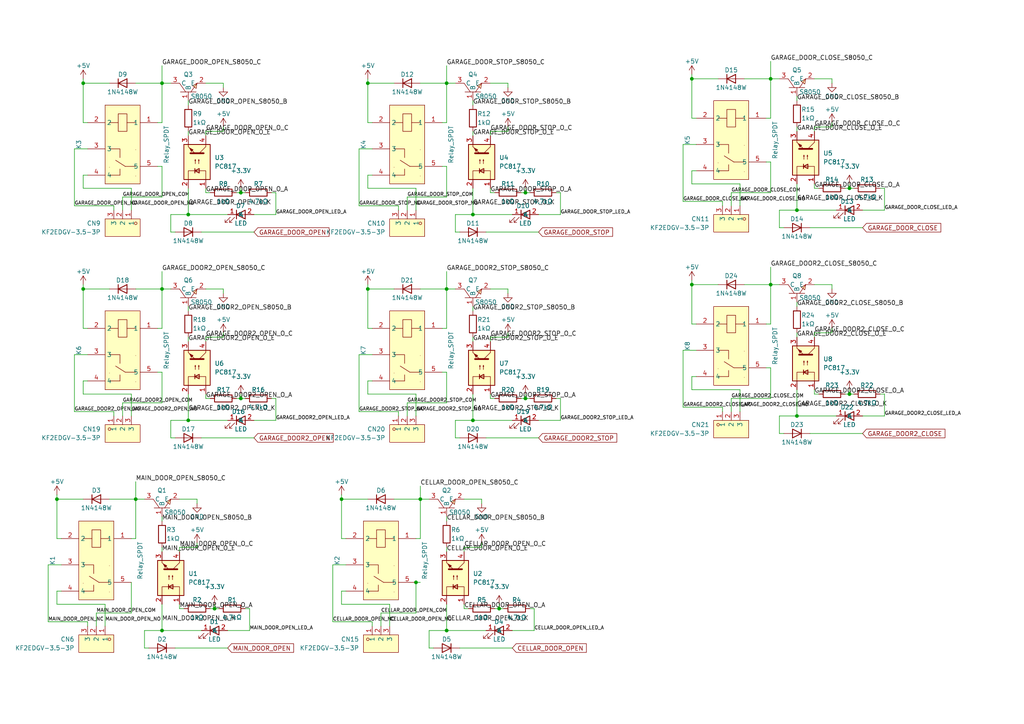
<source format=kicad_sch>
(kicad_sch (version 20230121) (generator eeschema)
  (paper "A4")
  (junction (at 46.99 182.88))
  (junction (at 54.61 121.92))
  (junction (at 246.38 54.61))
  (junction (at 106.68 83.82))
  (junction (at 200.66 82.55))
  (junction (at 62.23 176.53))
  (junction (at 231.14 120.65))
  (junction (at 121.92 144.78))
  (junction (at 24.13 83.82))
  (junction (at 152.4 55.88))
  (junction (at 24.13 24.13))
  (junction (at 69.85 55.88))
  (junction (at 39.37 144.78))
  (junction (at 223.52 82.55))
  (junction (at 129.54 24.13))
  (junction (at 231.14 60.96))
  (junction (at 129.54 83.82))
  (junction (at 69.85 115.57))
  (junction (at 106.68 24.13))
  (junction (at 54.61 62.23))
  (junction (at 246.38 114.3))
  (junction (at 223.52 22.86))
  (junction (at 144.78 176.53))
  (junction (at 16.51 144.78))
  (junction (at 46.99 83.82))
  (junction (at 120.65 168.91))
  (junction (at 137.16 121.92))
  (junction (at 200.66 22.86))
  (junction (at 152.4 115.57))
  (junction (at 99.06 144.78))
  (junction (at 129.54 182.88))
  (junction (at 46.99 24.13))
  (junction (at 137.16 62.23))
  (wire (pts (xy 200.66 93.98) (xy 201.93 93.98)))
  (wire (pts (xy 38.1 54.61) (xy 38.1 60.96)))
  (wire (pts (xy 236.22 114.3) (xy 236.22 113.03)))
  (wire (pts (xy 200.66 113.03) (xy 200.66 109.22)))
  (wire (pts (xy 137.16 88.9) (xy 137.16 90.17)))
  (wire (pts (xy 69.85 115.57) (xy 71.12 115.57)))
  (wire (pts (xy 246.38 113.03) (xy 246.38 114.3)))
  (wire (pts (xy 16.51 144.78) (xy 16.51 156.21)))
  (wire (pts (xy 24.13 82.55) (xy 24.13 83.82)))
  (wire (pts (xy 223.52 55.88) (xy 212.09 55.88)))
  (wire (pts (xy 129.54 57.15) (xy 118.11 57.15)))
  (wire (pts (xy 46.99 24.13) (xy 49.53 24.13)))
  (wire (pts (xy 212.09 59.69) (xy 212.09 55.88)))
  (wire (pts (xy 246.38 114.3) (xy 245.11 114.3)))
  (wire (pts (xy 13.97 163.83) (xy 13.97 180.34)))
  (wire (pts (xy 200.66 82.55) (xy 200.66 93.98)))
  (wire (pts (xy 58.42 127) (xy 73.66 127)))
  (wire (pts (xy 21.59 43.18) (xy 21.59 59.69)))
  (wire (pts (xy 231.14 96.52) (xy 231.14 97.79)))
  (wire (pts (xy 200.66 81.28) (xy 200.66 82.55)))
  (wire (pts (xy 142.24 83.82) (xy 147.32 83.82)))
  (wire (pts (xy 144.78 176.53) (xy 143.51 176.53)))
  (wire (pts (xy 46.99 83.82) (xy 46.99 95.25)))
  (wire (pts (xy 200.66 49.53) (xy 201.93 49.53)))
  (wire (pts (xy 39.37 83.82) (xy 46.99 83.82)))
  (wire (pts (xy 140.97 67.31) (xy 156.21 67.31)))
  (wire (pts (xy 99.06 144.78) (xy 106.68 144.78)))
  (wire (pts (xy 49.53 62.23) (xy 54.61 62.23)))
  (wire (pts (xy 16.51 171.45) (xy 17.78 171.45)))
  (wire (pts (xy 154.94 176.53) (xy 154.94 182.88)))
  (wire (pts (xy 222.25 34.29) (xy 223.52 34.29)))
  (wire (pts (xy 241.3 96.52) (xy 241.3 95.25)))
  (wire (pts (xy 80.01 55.88) (xy 80.01 62.23)))
  (wire (pts (xy 38.1 156.21) (xy 39.37 156.21)))
  (wire (pts (xy 27.94 181.61) (xy 27.94 177.8)))
  (wire (pts (xy 54.61 97.79) (xy 54.61 99.06)))
  (wire (pts (xy 38.1 114.3) (xy 24.13 114.3)))
  (wire (pts (xy 200.66 22.86) (xy 208.28 22.86)))
  (wire (pts (xy 41.91 182.88) (xy 46.99 182.88)))
  (wire (pts (xy 121.92 144.78) (xy 121.92 156.21)))
  (wire (pts (xy 129.54 116.84) (xy 129.54 107.95)))
  (wire (pts (xy 129.54 78.74) (xy 129.54 83.82)))
  (wire (pts (xy 24.13 54.61) (xy 24.13 50.8)))
  (wire (pts (xy 57.15 144.78) (xy 57.15 146.05)))
  (wire (pts (xy 231.14 53.34) (xy 231.14 60.96)))
  (wire (pts (xy 38.1 114.3) (xy 38.1 120.65)))
  (wire (pts (xy 46.99 19.05) (xy 46.99 24.13)))
  (wire (pts (xy 142.24 115.57) (xy 143.51 115.57)))
  (wire (pts (xy 200.66 82.55) (xy 208.28 82.55)))
  (wire (pts (xy 200.66 34.29) (xy 201.93 34.29)))
  (wire (pts (xy 234.95 66.04) (xy 250.19 66.04)))
  (wire (pts (xy 59.69 97.79) (xy 59.69 99.06)))
  (wire (pts (xy 256.54 60.96) (xy 250.19 60.96)))
  (wire (pts (xy 46.99 116.84) (xy 46.99 107.95)))
  (wire (pts (xy 106.68 54.61) (xy 106.68 50.8)))
  (wire (pts (xy 21.59 43.18) (xy 25.4 43.18)))
  (wire (pts (xy 154.94 182.88) (xy 148.59 182.88)))
  (wire (pts (xy 198.12 118.11) (xy 209.55 118.11)))
  (wire (pts (xy 58.42 67.31) (xy 73.66 67.31)))
  (wire (pts (xy 113.03 175.26) (xy 113.03 181.61)))
  (wire (pts (xy 223.52 115.57) (xy 212.09 115.57)))
  (wire (pts (xy 144.78 176.53) (xy 146.05 176.53)))
  (wire (pts (xy 152.4 114.3) (xy 152.4 115.57)))
  (wire (pts (xy 106.68 114.3) (xy 106.68 110.49)))
  (wire (pts (xy 132.08 62.23) (xy 137.16 62.23)))
  (wire (pts (xy 222.25 93.98) (xy 223.52 93.98)))
  (wire (pts (xy 200.66 22.86) (xy 200.66 34.29)))
  (wire (pts (xy 234.95 125.73) (xy 250.19 125.73)))
  (wire (pts (xy 120.65 54.61) (xy 106.68 54.61)))
  (wire (pts (xy 147.32 24.13) (xy 147.32 25.4)))
  (wire (pts (xy 110.49 181.61) (xy 110.49 177.8)))
  (wire (pts (xy 241.3 36.83) (xy 241.3 35.56)))
  (wire (pts (xy 38.1 54.61) (xy 24.13 54.61)))
  (wire (pts (xy 209.55 118.11) (xy 209.55 119.38)))
  (wire (pts (xy 124.46 182.88) (xy 129.54 182.88)))
  (wire (pts (xy 106.68 83.82) (xy 114.3 83.82)))
  (wire (pts (xy 231.14 120.65) (xy 242.57 120.65)))
  (wire (pts (xy 223.52 115.57) (xy 223.52 106.68)))
  (wire (pts (xy 110.49 177.8) (xy 120.65 177.8)))
  (wire (pts (xy 134.62 158.75) (xy 139.7 158.75)))
  (wire (pts (xy 241.3 22.86) (xy 241.3 24.13)))
  (wire (pts (xy 162.56 62.23) (xy 156.21 62.23)))
  (wire (pts (xy 124.46 182.88) (xy 124.46 187.96)))
  (wire (pts (xy 80.01 115.57) (xy 80.01 121.92)))
  (wire (pts (xy 236.22 82.55) (xy 241.3 82.55)))
  (wire (pts (xy 49.53 67.31) (xy 50.8 67.31)))
  (wire (pts (xy 231.14 36.83) (xy 231.14 38.1)))
  (wire (pts (xy 124.46 187.96) (xy 125.73 187.96)))
  (wire (pts (xy 46.99 24.13) (xy 46.99 35.56)))
  (wire (pts (xy 96.52 180.34) (xy 107.95 180.34)))
  (wire (pts (xy 46.99 57.15) (xy 46.99 48.26)))
  (wire (pts (xy 133.35 187.96) (xy 148.59 187.96)))
  (wire (pts (xy 13.97 163.83) (xy 17.78 163.83)))
  (wire (pts (xy 142.24 38.1) (xy 142.24 39.37)))
  (wire (pts (xy 115.57 119.38) (xy 115.57 120.65)))
  (wire (pts (xy 198.12 101.6) (xy 201.93 101.6)))
  (wire (pts (xy 49.53 121.92) (xy 54.61 121.92)))
  (wire (pts (xy 24.13 35.56) (xy 25.4 35.56)))
  (wire (pts (xy 59.69 55.88) (xy 59.69 54.61)))
  (wire (pts (xy 200.66 53.34) (xy 200.66 49.53)))
  (wire (pts (xy 120.65 54.61) (xy 120.65 60.96)))
  (wire (pts (xy 46.99 78.74) (xy 46.99 83.82)))
  (wire (pts (xy 132.08 62.23) (xy 132.08 67.31)))
  (wire (pts (xy 142.24 97.79) (xy 142.24 99.06)))
  (wire (pts (xy 64.77 24.13) (xy 64.77 25.4)))
  (wire (pts (xy 99.06 156.21) (xy 100.33 156.21)))
  (wire (pts (xy 24.13 83.82) (xy 31.75 83.82)))
  (wire (pts (xy 99.06 175.26) (xy 99.06 171.45)))
  (wire (pts (xy 129.54 83.82) (xy 129.54 95.25)))
  (wire (pts (xy 69.85 114.3) (xy 69.85 115.57)))
  (wire (pts (xy 64.77 83.82) (xy 64.77 85.09)))
  (wire (pts (xy 223.52 82.55) (xy 223.52 93.98)))
  (wire (pts (xy 231.14 60.96) (xy 242.57 60.96)))
  (wire (pts (xy 241.3 82.55) (xy 241.3 83.82)))
  (wire (pts (xy 114.3 144.78) (xy 121.92 144.78)))
  (wire (pts (xy 129.54 24.13) (xy 129.54 35.56)))
  (wire (pts (xy 134.62 176.53) (xy 134.62 175.26)))
  (wire (pts (xy 46.99 83.82) (xy 49.53 83.82)))
  (wire (pts (xy 24.13 114.3) (xy 24.13 110.49)))
  (wire (pts (xy 69.85 54.61) (xy 69.85 55.88)))
  (wire (pts (xy 46.99 158.75) (xy 46.99 160.02)))
  (wire (pts (xy 21.59 119.38) (xy 33.02 119.38)))
  (wire (pts (xy 115.57 59.69) (xy 115.57 60.96)))
  (wire (pts (xy 106.68 24.13) (xy 106.68 35.56)))
  (wire (pts (xy 49.53 62.23) (xy 49.53 67.31)))
  (wire (pts (xy 106.68 95.25) (xy 107.95 95.25)))
  (wire (pts (xy 137.16 54.61) (xy 137.16 62.23)))
  (wire (pts (xy 162.56 55.88) (xy 162.56 62.23)))
  (wire (pts (xy 54.61 62.23) (xy 66.04 62.23)))
  (wire (pts (xy 16.51 156.21) (xy 17.78 156.21)))
  (wire (pts (xy 38.1 177.8) (xy 38.1 168.91)))
  (wire (pts (xy 78.74 55.88) (xy 80.01 55.88)))
  (wire (pts (xy 99.06 171.45) (xy 100.33 171.45)))
  (wire (pts (xy 132.08 67.31) (xy 133.35 67.31)))
  (wire (pts (xy 142.24 55.88) (xy 143.51 55.88)))
  (wire (pts (xy 106.68 83.82) (xy 106.68 95.25)))
  (wire (pts (xy 54.61 54.61) (xy 54.61 62.23)))
  (wire (pts (xy 152.4 115.57) (xy 153.67 115.57)))
  (wire (pts (xy 236.22 96.52) (xy 241.3 96.52)))
  (wire (pts (xy 255.27 54.61) (xy 256.54 54.61)))
  (wire (pts (xy 226.06 66.04) (xy 227.33 66.04)))
  (wire (pts (xy 24.13 83.82) (xy 24.13 95.25)))
  (wire (pts (xy 24.13 22.86) (xy 24.13 24.13)))
  (wire (pts (xy 120.65 177.8) (xy 120.65 168.91)))
  (wire (pts (xy 134.62 176.53) (xy 135.89 176.53)))
  (wire (pts (xy 45.72 48.26) (xy 46.99 48.26)))
  (wire (pts (xy 121.92 144.78) (xy 124.46 144.78)))
  (wire (pts (xy 16.51 144.78) (xy 24.13 144.78)))
  (wire (pts (xy 107.95 180.34) (xy 107.95 181.61)))
  (wire (pts (xy 139.7 158.75) (xy 139.7 157.48)))
  (wire (pts (xy 142.24 38.1) (xy 147.32 38.1)))
  (wire (pts (xy 64.77 38.1) (xy 64.77 36.83)))
  (wire (pts (xy 129.54 83.82) (xy 132.08 83.82)))
  (wire (pts (xy 236.22 54.61) (xy 237.49 54.61)))
  (wire (pts (xy 57.15 158.75) (xy 57.15 157.48)))
  (wire (pts (xy 137.16 62.23) (xy 148.59 62.23)))
  (wire (pts (xy 39.37 144.78) (xy 39.37 156.21)))
  (wire (pts (xy 69.85 55.88) (xy 71.12 55.88)))
  (wire (pts (xy 129.54 149.86) (xy 129.54 151.13)))
  (wire (pts (xy 46.99 116.84) (xy 35.56 116.84)))
  (wire (pts (xy 129.54 182.88) (xy 140.97 182.88)))
  (wire (pts (xy 96.52 163.83) (xy 100.33 163.83)))
  (wire (pts (xy 223.52 82.55) (xy 226.06 82.55)))
  (wire (pts (xy 33.02 59.69) (xy 33.02 60.96)))
  (wire (pts (xy 41.91 187.96) (xy 43.18 187.96)))
  (wire (pts (xy 24.13 95.25) (xy 25.4 95.25)))
  (wire (pts (xy 104.14 59.69) (xy 115.57 59.69)))
  (wire (pts (xy 21.59 102.87) (xy 25.4 102.87)))
  (wire (pts (xy 59.69 38.1) (xy 59.69 39.37)))
  (wire (pts (xy 128.27 95.25) (xy 129.54 95.25)))
  (wire (pts (xy 35.56 57.15) (xy 46.99 57.15)))
  (wire (pts (xy 46.99 149.86) (xy 46.99 151.13)))
  (wire (pts (xy 226.06 125.73) (xy 227.33 125.73)))
  (wire (pts (xy 246.38 53.34) (xy 246.38 54.61)))
  (wire (pts (xy 231.14 113.03) (xy 231.14 120.65)))
  (wire (pts (xy 54.61 121.92) (xy 66.04 121.92)))
  (wire (pts (xy 214.63 53.34) (xy 214.63 59.69)))
  (wire (pts (xy 104.14 43.18) (xy 107.95 43.18)))
  (wire (pts (xy 226.06 60.96) (xy 226.06 66.04)))
  (wire (pts (xy 80.01 62.23) (xy 73.66 62.23)))
  (wire (pts (xy 45.72 107.95) (xy 46.99 107.95)))
  (wire (pts (xy 142.24 24.13) (xy 147.32 24.13)))
  (wire (pts (xy 147.32 83.82) (xy 147.32 85.09)))
  (wire (pts (xy 21.59 102.87) (xy 21.59 119.38)))
  (wire (pts (xy 223.52 55.88) (xy 223.52 46.99)))
  (wire (pts (xy 62.23 175.26) (xy 62.23 176.53)))
  (wire (pts (xy 256.54 120.65) (xy 250.19 120.65)))
  (wire (pts (xy 214.63 113.03) (xy 214.63 119.38)))
  (wire (pts (xy 59.69 115.57) (xy 59.69 114.3)))
  (wire (pts (xy 52.07 158.75) (xy 57.15 158.75)))
  (wire (pts (xy 50.8 187.96) (xy 66.04 187.96)))
  (wire (pts (xy 120.65 114.3) (xy 106.68 114.3)))
  (wire (pts (xy 231.14 87.63) (xy 231.14 88.9)))
  (wire (pts (xy 46.99 175.26) (xy 46.99 182.88)))
  (wire (pts (xy 236.22 22.86) (xy 241.3 22.86)))
  (wire (pts (xy 129.54 19.05) (xy 129.54 24.13)))
  (wire (pts (xy 236.22 36.83) (xy 241.3 36.83)))
  (wire (pts (xy 52.07 176.53) (xy 52.07 175.26)))
  (wire (pts (xy 72.39 182.88) (xy 66.04 182.88)))
  (wire (pts (xy 255.27 114.3) (xy 256.54 114.3)))
  (wire (pts (xy 33.02 119.38) (xy 33.02 120.65)))
  (wire (pts (xy 45.72 35.56) (xy 46.99 35.56)))
  (wire (pts (xy 139.7 144.78) (xy 139.7 146.05)))
  (wire (pts (xy 118.11 60.96) (xy 118.11 57.15)))
  (wire (pts (xy 64.77 97.79) (xy 64.77 96.52)))
  (wire (pts (xy 223.52 22.86) (xy 223.52 34.29)))
  (wire (pts (xy 118.11 120.65) (xy 118.11 116.84)))
  (wire (pts (xy 256.54 114.3) (xy 256.54 120.65)))
  (wire (pts (xy 59.69 115.57) (xy 60.96 115.57)))
  (wire (pts (xy 69.85 115.57) (xy 68.58 115.57)))
  (wire (pts (xy 152.4 55.88) (xy 153.67 55.88)))
  (wire (pts (xy 39.37 144.78) (xy 41.91 144.78)))
  (wire (pts (xy 223.52 106.68) (xy 222.25 106.68)))
  (wire (pts (xy 142.24 115.57) (xy 142.24 114.3)))
  (wire (pts (xy 128.27 48.26) (xy 129.54 48.26)))
  (wire (pts (xy 140.97 127) (xy 156.21 127)))
  (wire (pts (xy 41.91 182.88) (xy 41.91 187.96)))
  (wire (pts (xy 236.22 96.52) (xy 236.22 97.79)))
  (wire (pts (xy 246.38 54.61) (xy 247.65 54.61)))
  (wire (pts (xy 223.52 22.86) (xy 226.06 22.86)))
  (wire (pts (xy 137.16 29.21) (xy 137.16 30.48)))
  (wire (pts (xy 21.59 59.69) (xy 33.02 59.69)))
  (wire (pts (xy 54.61 88.9) (xy 54.61 90.17)))
  (wire (pts (xy 106.68 35.56) (xy 107.95 35.56)))
  (wire (pts (xy 24.13 24.13) (xy 31.75 24.13)))
  (wire (pts (xy 30.48 175.26) (xy 30.48 181.61)))
  (wire (pts (xy 69.85 55.88) (xy 68.58 55.88)))
  (wire (pts (xy 152.4 115.57) (xy 151.13 115.57)))
  (wire (pts (xy 142.24 55.88) (xy 142.24 54.61)))
  (wire (pts (xy 120.65 168.91) (xy 121.92 168.91)))
  (wire (pts (xy 121.92 83.82) (xy 129.54 83.82)))
  (wire (pts (xy 137.16 121.92) (xy 148.59 121.92)))
  (wire (pts (xy 31.75 144.78) (xy 39.37 144.78)))
  (wire (pts (xy 200.66 109.22) (xy 201.93 109.22)))
  (wire (pts (xy 121.92 140.97) (xy 121.92 144.78)))
  (wire (pts (xy 198.12 41.91) (xy 201.93 41.91)))
  (wire (pts (xy 49.53 127) (xy 50.8 127)))
  (wire (pts (xy 54.61 29.21) (xy 54.61 30.48)))
  (wire (pts (xy 52.07 158.75) (xy 52.07 160.02)))
  (wire (pts (xy 214.63 53.34) (xy 200.66 53.34)))
  (wire (pts (xy 121.92 24.13) (xy 129.54 24.13)))
  (wire (pts (xy 223.52 17.78) (xy 223.52 22.86)))
  (wire (pts (xy 134.62 144.78) (xy 139.7 144.78)))
  (wire (pts (xy 71.12 176.53) (xy 72.39 176.53)))
  (wire (pts (xy 62.23 176.53) (xy 60.96 176.53)))
  (wire (pts (xy 104.14 119.38) (xy 115.57 119.38)))
  (wire (pts (xy 147.32 38.1) (xy 147.32 36.83)))
  (wire (pts (xy 246.38 114.3) (xy 247.65 114.3)))
  (wire (pts (xy 38.1 177.8) (xy 27.94 177.8)))
  (wire (pts (xy 16.51 143.51) (xy 16.51 144.78)))
  (wire (pts (xy 132.08 121.92) (xy 132.08 127)))
  (wire (pts (xy 162.56 121.92) (xy 156.21 121.92)))
  (wire (pts (xy 209.55 58.42) (xy 209.55 59.69)))
  (wire (pts (xy 78.74 115.57) (xy 80.01 115.57)))
  (wire (pts (xy 222.25 46.99) (xy 223.52 46.99)))
  (wire (pts (xy 198.12 101.6) (xy 198.12 118.11)))
  (wire (pts (xy 212.09 119.38) (xy 212.09 115.57)))
  (wire (pts (xy 120.65 114.3) (xy 120.65 120.65)))
  (wire (pts (xy 24.13 50.8) (xy 25.4 50.8)))
  (wire (pts (xy 132.08 121.92) (xy 137.16 121.92)))
  (wire (pts (xy 106.68 110.49) (xy 107.95 110.49)))
  (wire (pts (xy 129.54 158.75) (xy 129.54 160.02)))
  (wire (pts (xy 54.61 114.3) (xy 54.61 121.92)))
  (wire (pts (xy 129.54 116.84) (xy 118.11 116.84)))
  (wire (pts (xy 16.51 175.26) (xy 16.51 171.45)))
  (wire (pts (xy 137.16 38.1) (xy 137.16 39.37)))
  (wire (pts (xy 80.01 121.92) (xy 73.66 121.92)))
  (wire (pts (xy 129.54 57.15) (xy 129.54 48.26)))
  (wire (pts (xy 59.69 38.1) (xy 64.77 38.1)))
  (wire (pts (xy 106.68 82.55) (xy 106.68 83.82)))
  (wire (pts (xy 106.68 50.8) (xy 107.95 50.8)))
  (wire (pts (xy 215.9 22.86) (xy 223.52 22.86)))
  (wire (pts (xy 39.37 24.13) (xy 46.99 24.13)))
  (wire (pts (xy 59.69 83.82) (xy 64.77 83.82)))
  (wire (pts (xy 62.23 176.53) (xy 63.5 176.53)))
  (wire (pts (xy 161.29 55.88) (xy 162.56 55.88)))
  (wire (pts (xy 226.06 60.96) (xy 231.14 60.96)))
  (wire (pts (xy 137.16 114.3) (xy 137.16 121.92)))
  (wire (pts (xy 129.54 24.13) (xy 132.08 24.13)))
  (wire (pts (xy 45.72 95.25) (xy 46.99 95.25)))
  (wire (pts (xy 129.54 107.95) (xy 128.27 107.95)))
  (wire (pts (xy 231.14 27.94) (xy 231.14 29.21)))
  (wire (pts (xy 142.24 97.79) (xy 147.32 97.79)))
  (wire (pts (xy 152.4 55.88) (xy 151.13 55.88)))
  (wire (pts (xy 35.56 60.96) (xy 35.56 57.15)))
  (wire (pts (xy 113.03 175.26) (xy 99.06 175.26)))
  (wire (pts (xy 72.39 176.53) (xy 72.39 182.88)))
  (wire (pts (xy 13.97 180.34) (xy 25.4 180.34)))
  (wire (pts (xy 104.14 43.18) (xy 104.14 59.69)))
  (wire (pts (xy 35.56 120.65) (xy 35.56 116.84)))
  (wire (pts (xy 200.66 21.59) (xy 200.66 22.86)))
  (wire (pts (xy 129.54 175.26) (xy 129.54 182.88)))
  (wire (pts (xy 226.06 120.65) (xy 231.14 120.65)))
  (wire (pts (xy 137.16 97.79) (xy 137.16 99.06)))
  (wire (pts (xy 246.38 54.61) (xy 245.11 54.61)))
  (wire (pts (xy 147.32 97.79) (xy 147.32 96.52)))
  (wire (pts (xy 152.4 54.61) (xy 152.4 55.88)))
  (wire (pts (xy 104.14 102.87) (xy 104.14 119.38)))
  (wire (pts (xy 52.07 144.78) (xy 57.15 144.78)))
  (wire (pts (xy 104.14 102.87) (xy 107.95 102.87)))
  (wire (pts (xy 25.4 180.34) (xy 25.4 181.61)))
  (wire (pts (xy 99.06 143.51) (xy 99.06 144.78)))
  (wire (pts (xy 128.27 35.56) (xy 129.54 35.56)))
  (wire (pts (xy 215.9 82.55) (xy 223.52 82.55)))
  (wire (pts (xy 24.13 24.13) (xy 24.13 35.56)))
  (wire (pts (xy 24.13 110.49) (xy 25.4 110.49)))
  (wire (pts (xy 59.69 55.88) (xy 60.96 55.88)))
  (wire (pts (xy 134.62 158.75) (xy 134.62 160.02)))
  (wire (pts (xy 236.22 36.83) (xy 236.22 38.1)))
  (wire (pts (xy 153.67 176.53) (xy 154.94 176.53)))
  (wire (pts (xy 99.06 144.78) (xy 99.06 156.21)))
  (wire (pts (xy 214.63 113.03) (xy 200.66 113.03)))
  (wire (pts (xy 54.61 38.1) (xy 54.61 39.37)))
  (wire (pts (xy 226.06 120.65) (xy 226.06 125.73)))
  (wire (pts (xy 106.68 22.86) (xy 106.68 24.13)))
  (wire (pts (xy 52.07 176.53) (xy 53.34 176.53)))
  (wire (pts (xy 96.52 163.83) (xy 96.52 180.34)))
  (wire (pts (xy 49.53 121.92) (xy 49.53 127)))
  (wire (pts (xy 198.12 58.42) (xy 209.55 58.42)))
  (wire (pts (xy 59.69 24.13) (xy 64.77 24.13)))
  (wire (pts (xy 30.48 175.26) (xy 16.51 175.26)))
  (wire (pts (xy 106.68 24.13) (xy 114.3 24.13)))
  (wire (pts (xy 161.29 115.57) (xy 162.56 115.57)))
  (wire (pts (xy 144.78 175.26) (xy 144.78 176.53)))
  (wire (pts (xy 39.37 139.7) (xy 39.37 144.78)))
  (wire (pts (xy 236.22 54.61) (xy 236.22 53.34)))
  (wire (pts (xy 59.69 97.79) (xy 64.77 97.79)))
  (wire (pts (xy 198.12 41.91) (xy 198.12 58.42)))
  (wire (pts (xy 120.65 156.21) (xy 121.92 156.21)))
  (wire (pts (xy 256.54 54.61) (xy 256.54 60.96)))
  (wire (pts (xy 132.08 127) (xy 133.35 127)))
  (wire (pts (xy 46.99 182.88) (xy 58.42 182.88)))
  (wire (pts (xy 223.52 77.47) (xy 223.52 82.55)))
  (wire (pts (xy 162.56 115.57) (xy 162.56 121.92)))
  (wire (pts (xy 236.22 114.3) (xy 237.49 114.3)))
  (label "GARAGE_DOOR_CLOSE_NO" (at 214.63 58.42 0) (effects (font (size 1 1))))
  (label "GARAGE_DOOR_CLOSE_O_C" (at 236.22 36.83 0))
  (label "MAIN_DOOR_OPEN_O_E" (at 46.99 160.02 0))
  (label "GARAGE_DOOR_OPEN_O_C" (at 59.69 38.1 0))
  (label "GARAGE_DOOR_OPEN_COM" (at 35.56 57.15 0) (effects (font (size 1 1))))
  (label "CELLAR_DOOR_OPEN_S8050_C" (at 121.92 140.97 0))
  (label "GARAGE_DOOR2_CLOSE_NC" (at 198.12 118.11 0) (effects (font (size 1 1))))
  (label "GARAGE_DOOR_STOP_NC" (at 104.14 59.69 0) (effects (font (size 1 1))))
  (label "GARAGE_DOOR2_CLOSE_O_K" (at 231.14 118.11 0))
  (label "GARAGE_DOOR_STOP_S8050_C" (at 129.54 19.05 0))
  (label "GARAGE_DOOR_STOP_LED_A" (at 162.56 62.23 0) (effects (font (size 1 1))))
  (label "GARAGE_DOOR2_STOP_S8050_B" (at 137.16 90.17 0))
  (label "GARAGE_DOOR_STOP_O_A" (at 142.24 55.88 0))
  (label "GARAGE_DOOR_CLOSE_S8050_B" (at 231.14 29.21 0))
  (label "CELLAR_DOOR_OPEN_O_A" (at 134.62 176.53 0))
  (label "GARAGE_DOOR_CLOSE_COM" (at 212.09 55.88 0) (effects (font (size 1 1))))
  (label "MAIN_DOOR_OPEN_O_K" (at 46.99 180.34 0))
  (label "MAIN_DOOR_OPEN_O_C" (at 52.07 158.75 0))
  (label "GARAGE_DOOR2_OPEN_COM" (at 35.56 116.84 0) (effects (font (size 1 1))))
  (label "GARAGE_DOOR_STOP_NO" (at 120.65 59.69 0) (effects (font (size 1 1))))
  (label "MAIN_DOOR_OPEN_LED_A" (at 72.39 182.88 0) (effects (font (size 1 1))))
  (label "GARAGE_DOOR_CLOSE_S8050_C" (at 223.52 17.78 0))
  (label "GARAGE_DOOR2_OPEN_NO" (at 38.1 119.38 0) (effects (font (size 1 1))))
  (label "CELLAR_DOOR_OPEN_NO" (at 113.03 180.34 0) (effects (font (size 1 1))))
  (label "GARAGE_DOOR_CLOSE_O_K" (at 231.14 58.42 0))
  (label "GARAGE_DOOR_OPEN_LED_A" (at 80.01 62.23 0) (effects (font (size 1 1))))
  (label "MAIN_DOOR_OPEN_NC" (at 13.97 180.34 0) (effects (font (size 1 1))))
  (label "GARAGE_DOOR2_STOP_NC" (at 104.14 119.38 0) (effects (font (size 1 1))))
  (label "GARAGE_DOOR2_OPEN_O_K" (at 54.61 119.38 0))
  (label "MAIN_DOOR_OPEN_S8050_B" (at 46.99 151.13 0))
  (label "CELLAR_DOOR_OPEN_S8050_B" (at 129.54 151.13 0))
  (label "MAIN_DOOR_OPEN_S8050_C" (at 39.37 139.7 0))
  (label "CELLAR_DOOR_OPEN_O_K" (at 129.54 180.34 0))
  (label "GARAGE_DOOR_CLOSE_O_A" (at 236.22 54.61 0))
  (label "CELLAR_DOOR_OPEN_O_E" (at 129.54 160.02 0))
  (label "GARAGE_DOOR2_STOP_O_A" (at 142.24 115.57 0))
  (label "CELLAR_DOOR_OPEN_NC" (at 96.52 180.34 0) (effects (font (size 1 1))))
  (label "CELLAR_DOOR_OPEN_LED_A" (at 154.94 182.88 0) (effects (font (size 1 1))))
  (label "GARAGE_DOOR2_STOP_O_C" (at 142.24 97.79 0))
  (label "MAIN_DOOR_OPEN_COM" (at 27.94 177.8 0) (effects (font (size 1 1))))
  (label "GARAGE_DOOR_OPEN_S8050_C" (at 46.99 19.05 0))
  (label "GARAGE_DOOR_OPEN_NC" (at 21.59 59.69 0) (effects (font (size 1 1))))
  (label "GARAGE_DOOR_OPEN_S8050_B" (at 54.61 30.48 0))
  (label "GARAGE_DOOR2_STOP_NO" (at 120.65 119.38 0) (effects (font (size 1 1))))
  (label "GARAGE_DOOR2_CLOSE_S8050_C" (at 223.52 77.47 0))
  (label "GARAGE_DOOR2_STOP_COM" (at 118.11 116.84 0) (effects (font (size 1 1))))
  (label "GARAGE_DOOR2_OPEN_LED_A" (at 80.01 121.92 0) (effects (font (size 1 1))))
  (label "GARAGE_DOOR_OPEN_O_K" (at 54.61 59.69 0))
  (label "GARAGE_DOOR_OPEN_NO" (at 38.1 59.69 0) (effects (font (size 1 1))))
  (label "GARAGE_DOOR2_OPEN_O_C" (at 59.69 97.79 0))
  (label "GARAGE_DOOR2_CLOSE_O_E" (at 231.14 97.79 0))
  (label "GARAGE_DOOR_CLOSE_O_E" (at 231.14 38.1 0))
  (label "GARAGE_DOOR_STOP_COM" (at 118.11 57.15 0) (effects (font (size 1 1))))
  (label "GARAGE_DOOR2_STOP_O_K" (at 137.16 119.38 0))
  (label "GARAGE_DOOR2_CLOSE_LED_A" (at 256.54 120.65 0) (effects (font (size 1 1))))
  (label "GARAGE_DOOR2_STOP_S8050_C" (at 129.54 78.74 0))
  (label "GARAGE_DOOR_CLOSE_LED_A" (at 256.54 60.96 0) (effects (font (size 1 1))))
  (label "GARAGE_DOOR2_STOP_O_E" (at 137.16 99.06 0))
  (label "GARAGE_DOOR2_CLOSE_O_C" (at 236.22 96.52 0))
  (label "GARAGE_DOOR2_OPEN_O_A" (at 59.69 115.57 0))
  (label "GARAGE_DOOR_OPEN_O_A" (at 59.69 55.88 0))
  (label "GARAGE_DOOR_STOP_O_K" (at 137.16 59.69 0))
  (label "GARAGE_DOOR2_CLOSE_COM" (at 212.09 115.57 0) (effects (font (size 1 1))))
  (label "MAIN_DOOR_OPEN_NO" (at 30.48 180.34 0) (effects (font (size 1 1))))
  (label "GARAGE_DOOR_CLOSE_NC" (at 198.12 58.42 0) (effects (font (size 1 1))))
  (label "CELLAR_DOOR_OPEN_O_C" (at 134.62 158.75 0))
  (label "CELLAR_DOOR_OPEN_COM" (at 110.49 177.8 0) (effects (font (size 1 1))))
  (label "GARAGE_DOOR2_OPEN_S8050_B" (at 54.61 90.17 0))
  (label "GARAGE_DOOR_STOP_O_E" (at 137.16 39.37 0))
  (label "MAIN_DOOR_OPEN_O_A" (at 52.07 176.53 0))
  (label "GARAGE_DOOR_STOP_S8050_B" (at 137.16 30.48 0))
  (label "GARAGE_DOOR_OPEN_O_E" (at 54.61 39.37 0))
  (label "GARAGE_DOOR2_STOP_LED_A" (at 162.56 121.92 0) (effects (font (size 1 1))))
  (label "GARAGE_DOOR2_CLOSE_O_A" (at 236.22 114.3 0))
  (label "GARAGE_DOOR2_CLOSE_NO" (at 214.63 118.11 0) (effects (font (size 1 1))))
  (label "GARAGE_DOOR_STOP_O_C" (at 142.24 38.1 0))
  (label "GARAGE_DOOR2_CLOSE_S8050_B" (at 231.14 88.9 0))
  (label "GARAGE_DOOR2_OPEN_S8050_C" (at 46.99 78.74 0))
  (label "GARAGE_DOOR2_OPEN_NC" (at 21.59 119.38 0) (effects (font (size 1 1))))
  (label "GARAGE_DOOR2_OPEN_O_E" (at 54.61 99.06 0))
  (global_label "GARAGE_DOOR2_CLOSE" (shape input) (at 250.19 125.73 0) (property "Intersheetrefs" "${INTERSHEET_REFS}" (effects hide)))
  (global_label "GARAGE_DOOR_STOP" (shape input) (at 156.21 67.31 0) (property "Intersheetrefs" "${INTERSHEET_REFS}" (effects hide)))
  (global_label "MAIN_DOOR_OPEN" (shape input) (at 66.04 187.96 0) (property "Intersheetrefs" "${INTERSHEET_REFS}" (effects hide)))
  (global_label "GARAGE_DOOR2_STOP" (shape input) (at 156.21 127 0) (property "Intersheetrefs" "${INTERSHEET_REFS}" (effects hide)))
  (global_label "GARAGE_DOOR_OPEN" (shape input) (at 73.66 67.31 0) (property "Intersheetrefs" "${INTERSHEET_REFS}" (effects hide)))
  (global_label "CELLAR_DOOR_OPEN" (shape input) (at 148.59 187.96 0) (property "Intersheetrefs" "${INTERSHEET_REFS}" (effects hide)))
  (global_label "GARAGE_DOOR_CLOSE" (shape input) (at 250.19 66.04 0) (property "Intersheetrefs" "${INTERSHEET_REFS}" (effects hide)))
  (global_label "GARAGE_DOOR2_OPEN" (shape input) (at 73.66 127 0) (property "Intersheetrefs" "${INTERSHEET_REFS}" (effects hide)))
  (symbol (lib_id "power:GND") (at 147.32 85.09 0) (unit 1)
    (property "Reference" "#PWR040" (effects hide))
    (property "Value" "GND" (at 147.32 88.9 0))
  )
  (symbol (lib_id "Diode:1N4148W") (at 137.16 127 180) (unit 1)
    (property "Reference" "D20" (at 137.16 124.46 0))
    (property "Value" "1N4148W" (at 137.16 129.54 0))
    (property "Footprint" "Diode_SMD:D_SOD-123" (effects hide))
    (property "Datasheet" "https://www.vishay.com/docs/85748/1n4148w.pdf" (effects hide))
    (property "Sim.Device" "D" (effects hide))
    (property "Sim.Pins" "1=K 2=A" (effects hide))
    (property "LCSC Part" "C5345962" (effects hide))
  )
  (symbol (lib_id "Diode:1N4148W") (at 231.14 125.73 180) (unit 1)
    (property "Reference" "D23" (at 231.14 123.19 0))
    (property "Value" "1N4148W" (at 231.14 128.27 0))
    (property "Footprint" "Diode_SMD:D_SOD-123" (effects hide))
    (property "Datasheet" "https://www.vishay.com/docs/85748/1n4148w.pdf" (effects hide))
    (property "Sim.Device" "D" (effects hide))
    (property "Sim.Pins" "1=K 2=A" (effects hide))
    (property "LCSC Part" "C5345962" (effects hide))
  )
  (symbol (lib_id "Diode:1N4148W") (at 46.99 187.96 180) (unit 1)
    (property "Reference" "D2" (at 46.99 185.42 0))
    (property "Value" "1N4148W" (at 46.99 190.5 0))
    (property "Footprint" "Diode_SMD:D_SOD-123" (effects hide))
    (property "Datasheet" "https://www.vishay.com/docs/85748/1n4148w.pdf" (effects hide))
    (property "Sim.Device" "D" (effects hide))
    (property "Sim.Pins" "1=K 2=A" (effects hide))
    (property "LCSC Part" "C5345962" (effects hide))
  )
  (symbol (lib_id "easyeda2kicad:S8050_C105433") (at 54.61 86.36 90) (unit 1)
    (property "Reference" "Q6" (at 54.61 81.28 90))
    (property "Value" "S8050" (at 58.42 87.63 90))
    (property "Footprint" "easyeda2kicad:SOT-23-3_L2.9-W1.6-P1.90-LS2.8-BR" (effects hide))
    (property "Datasheet" "https://lcsc.com/product-detail/Transistors-NPN-PNP_S8050-L-120-200_C105433.html" (effects hide))
    (property "LCSC Part" "C105433" (effects hide))
  )
  (symbol (lib_id "easyeda2kicad:S8050_C105433") (at 137.16 86.36 90) (unit 1)
    (property "Reference" "Q7" (at 137.16 81.28 90))
    (property "Value" "S8050" (at 140.97 87.63 90))
    (property "Footprint" "easyeda2kicad:SOT-23-3_L2.9-W1.6-P1.90-LS2.8-BR" (effects hide))
    (property "Datasheet" "https://lcsc.com/product-detail/Transistors-NPN-PNP_S8050-L-120-200_C105433.html" (effects hide))
    (property "LCSC Part" "C105433" (effects hide))
  )
  (symbol (lib_id "Diode:1N4148W") (at 118.11 83.82 0) (unit 1)
    (property "Reference" "D21" (at 118.11 81.28 0))
    (property "Value" "1N4148W" (at 118.11 86.36 0))
    (property "Footprint" "Diode_SMD:D_SOD-123" (effects hide))
    (property "Datasheet" "https://www.vishay.com/docs/85748/1n4148w.pdf" (effects hide))
    (property "Sim.Device" "D" (effects hide))
    (property "Sim.Pins" "1=K 2=A" (effects hide))
    (property "LCSC Part" "C5345962" (effects hide))
  )
  (symbol (lib_id "power:+5V") (at 241.3 95.25 0) (unit 1)
    (property "Reference" "#PWR045" (effects hide))
    (property "Value" "+5V" (at 241.3 91.44 0))
  )
  (symbol (lib_id "power:+5V") (at 200.66 21.59 0) (unit 1)
    (property "Reference" "#PWR031" (effects hide))
    (property "Value" "+5V" (at 200.66 17.78 0))
  )
  (symbol (lib_id "power:+5V") (at 64.77 36.83 0) (unit 1)
    (property "Reference" "#PWR025" (effects hide))
    (property "Value" "+5V" (at 64.77 33.02 0))
  )
  (symbol (lib_id "Device:R") (at 129.54 154.94 180) (unit 1)
    (property "Reference" "R6" (at 130.81 153.67 0) (effects (justify right)))
    (property "Value" "1kΩ" (at 130.81 156.21 0) (effects (justify right)))
    (property "Footprint" "Resistor_SMD:R_0805_2012Metric" (effects hide))
    (property "LCSC Part" "C3017842" (effects hide))
  )
  (symbol (lib_id "Diode:1N4148W") (at 137.16 67.31 180) (unit 1)
    (property "Reference" "D11" (at 137.16 64.77 0))
    (property "Value" "1N4148W" (at 137.16 69.85 0))
    (property "Footprint" "Diode_SMD:D_SOD-123" (effects hide))
    (property "Datasheet" "https://www.vishay.com/docs/85748/1n4148w.pdf" (effects hide))
    (property "Sim.Device" "D" (effects hide))
    (property "Sim.Pins" "1=K 2=A" (effects hide))
    (property "LCSC Part" "C5345962" (effects hide))
  )
  (symbol (lib_id "easyeda2kicad:HF32F_005-ZS3") (at 118.11 41.91 270) (unit 1)
    (property "Reference" "K4" (at 105.41 41.91 0))
    (property "Value" "Relay_SPDT" (at 130.81 41.91 0))
    (property "Footprint" "easyeda2kicad:RELAY-TH_HF32F-012-ZS3" (effects hide))
    (property "Datasheet" "https://lcsc.com/product-detail/Others_Xiamen-Hongfa-Electroacoustic-HF32F-005-ZS3_C118878.html" (effects hide))
    (property "LCSC Part" "C118878" (effects hide))
  )
  (symbol (lib_id "easyeda2kicad:PC817C_C3025164") (at 233.68 105.41 270) (mirror x) (unit 1)
    (property "Reference" "U8" (at 238.76 104.14 90) (effects (justify left)))
    (property "Value" "PC817" (at 238.76 106.68 90) (effects (justify left)))
    (property "Footprint" "easyeda2kicad:OPTO-SMD-4_L4.6-W6.5-P2.54-LS10.3-TL" (effects hide))
    (property "Datasheet" "http://www.soselectronic.cz/a_info/resource/d/pc817.pdf" (effects hide))
    (property "LCSC Part" "C3025164" (effects hide))
  )
  (symbol (lib_id "power:+5V") (at 106.68 82.55 0) (unit 1)
    (property "Reference" "#PWR039" (effects hide))
    (property "Value" "+5V" (at 106.68 78.74 0))
  )
  (symbol (lib_id "easyeda2kicad:XL-2012SURC") (at 144.78 182.88 0) (unit 1)
    (property "Reference" "D4" (at 146.05 180.34 0) (effects (justify right)))
    (property "Value" "LED" (at 144.78 185.42 0))
    (property "Footprint" "easyeda2kicad:LED0805-RD_RED" (effects hide))
    (property "LCSC Part" "C965812" (effects hide))
  )
  (symbol (lib_id "easyeda2kicad:KF2EDGV-3.5-3P") (at 27.94 186.69 270) (unit 1)
    (property "Reference" "CN6" (at 21.59 185.42 90) (effects (justify right)))
    (property "Value" "KF2EDGV-3.5-3P" (at 21.59 187.96 90) (effects (justify right)))
    (property "Footprint" "easyeda2kicad:CONN-TH_3P-P3.50_KF2EDGV-3.5-3P" (effects hide))
    (property "Datasheet" "https://lcsc.com/product-detail/Pluggable-System-Terminal-Block_Cixi-Kefa-Elec-KF2EDGV-3-5-3P_C441322.html" (effects hide))
    (property "LCSC Part" "C441322" (effects hide))
  )
  (symbol (lib_id "easyeda2kicad:HF32F_005-ZS3") (at 118.11 101.6 270) (unit 1)
    (property "Reference" "K7" (at 105.41 101.6 0))
    (property "Value" "Relay_SPDT" (at 130.81 101.6 0))
    (property "Footprint" "easyeda2kicad:RELAY-TH_HF32F-012-ZS3" (effects hide))
    (property "Datasheet" "https://lcsc.com/product-detail/Others_Xiamen-Hongfa-Electroacoustic-HF32F-005-ZS3_C118878.html" (effects hide))
    (property "LCSC Part" "C118878" (effects hide))
  )
  (symbol (lib_id "Device:R") (at 64.77 55.88 90) (unit 1)
    (property "Reference" "R8" (at 64.77 53.34 90))
    (property "Value" "1kΩ" (at 64.77 58.42 90))
    (property "Footprint" "Resistor_SMD:R_0805_2012Metric" (effects hide))
    (property "LCSC Part" "C3017842" (effects hide))
  )
  (symbol (lib_id "easyeda2kicad:XL-2012SURC") (at 152.4 62.23 0) (unit 1)
    (property "Reference" "D10" (at 153.67 59.69 0) (effects (justify right)))
    (property "Value" "LED" (at 152.4 64.77 0))
    (property "Footprint" "easyeda2kicad:LED0805-RD_RED" (effects hide))
    (property "LCSC Part" "C965812" (effects hide))
  )
  (symbol (lib_id "power:+3.3V") (at 152.4 54.61 0) (unit 1)
    (property "Reference" "#PWR030" (effects hide))
    (property "Value" "+3.3V" (at 152.4 49.53 0))
  )
  (symbol (lib_id "Device:R") (at 157.48 55.88 270) (unit 1)
    (property "Reference" "R10" (at 157.48 53.34 90))
    (property "Value" "4.7kΩ" (at 157.48 58.42 90))
    (property "Footprint" "Resistor_SMD:R_0805_2012Metric" (effects hide))
    (property "LCSC Part" "C103059" (effects hide))
  )
  (symbol (lib_id "Device:R") (at 137.16 34.29 180) (unit 1)
    (property "Reference" "R12" (at 138.43 33.02 0) (effects (justify right)))
    (property "Value" "1kΩ" (at 138.43 35.56 0) (effects (justify right)))
    (property "Footprint" "Resistor_SMD:R_0805_2012Metric" (effects hide))
    (property "LCSC Part" "C3017842" (effects hide))
  )
  (symbol (lib_id "easyeda2kicad:S8050_C105433") (at 231.14 25.4 90) (unit 1)
    (property "Reference" "Q5" (at 231.14 20.32 90))
    (property "Value" "S8050" (at 234.95 26.67 90))
    (property "Footprint" "easyeda2kicad:SOT-23-3_L2.9-W1.6-P1.90-LS2.8-BR" (effects hide))
    (property "Datasheet" "https://lcsc.com/product-detail/Transistors-NPN-PNP_S8050-L-120-200_C105433.html" (effects hide))
    (property "LCSC Part" "C105433" (effects hide))
  )
  (symbol (lib_id "easyeda2kicad:S8050_C105433") (at 54.61 26.67 90) (unit 1)
    (property "Reference" "Q3" (at 54.61 21.59 90))
    (property "Value" "S8050" (at 58.42 27.94 90))
    (property "Footprint" "easyeda2kicad:SOT-23-3_L2.9-W1.6-P1.90-LS2.8-BR" (effects hide))
    (property "Datasheet" "https://lcsc.com/product-detail/Transistors-NPN-PNP_S8050-L-120-200_C105433.html" (effects hide))
    (property "LCSC Part" "C105433" (effects hide))
  )
  (symbol (lib_id "easyeda2kicad:HF32F_005-ZS3") (at 35.56 101.6 270) (unit 1)
    (property "Reference" "K6" (at 22.86 101.6 0))
    (property "Value" "Relay_SPDT" (at 48.26 101.6 0))
    (property "Footprint" "easyeda2kicad:RELAY-TH_HF32F-012-ZS3" (effects hide))
    (property "Datasheet" "https://lcsc.com/product-detail/Others_Xiamen-Hongfa-Electroacoustic-HF32F-005-ZS3_C118878.html" (effects hide))
    (property "LCSC Part" "C118878" (effects hide))
  )
  (symbol (lib_id "Device:R") (at 139.7 176.53 90) (unit 1)
    (property "Reference" "R5" (at 139.7 173.99 90))
    (property "Value" "1kΩ" (at 139.7 179.07 90))
    (property "Footprint" "Resistor_SMD:R_0805_2012Metric" (effects hide))
    (property "LCSC Part" "C3017842" (effects hide))
  )
  (symbol (lib_id "easyeda2kicad:S8050_C105433") (at 129.54 147.32 90) (unit 1)
    (property "Reference" "Q2" (at 129.54 142.24 90))
    (property "Value" "S8050" (at 133.35 148.59 90))
    (property "Footprint" "easyeda2kicad:SOT-23-3_L2.9-W1.6-P1.90-LS2.8-BR" (effects hide))
    (property "Datasheet" "https://lcsc.com/product-detail/Transistors-NPN-PNP_S8050-L-120-200_C105433.html" (effects hide))
    (property "LCSC Part" "C105433" (effects hide))
  )
  (symbol (lib_id "power:+3.3V") (at 246.38 53.34 0) (unit 1)
    (property "Reference" "#PWR034" (effects hide))
    (property "Value" "+3.3V" (at 246.38 48.26 0))
  )
  (symbol (lib_id "Diode:1N4148W") (at 54.61 127 180) (unit 1)
    (property "Reference" "D17" (at 54.61 124.46 0))
    (property "Value" "1N4148W" (at 54.61 129.54 0))
    (property "Footprint" "Diode_SMD:D_SOD-123" (effects hide))
    (property "Datasheet" "https://www.vishay.com/docs/85748/1n4148w.pdf" (effects hide))
    (property "Sim.Device" "D" (effects hide))
    (property "Sim.Pins" "1=K 2=A" (effects hide))
    (property "LCSC Part" "C5345962" (effects hide))
  )
  (symbol (lib_id "easyeda2kicad:HF32F_005-ZS3") (at 35.56 41.91 270) (unit 1)
    (property "Reference" "K3" (at 22.86 41.91 0))
    (property "Value" "Relay_SPDT" (at 48.26 41.91 0))
    (property "Footprint" "easyeda2kicad:RELAY-TH_HF32F-012-ZS3" (effects hide))
    (property "Datasheet" "https://lcsc.com/product-detail/Others_Xiamen-Hongfa-Electroacoustic-HF32F-005-ZS3_C118878.html" (effects hide))
    (property "LCSC Part" "C118878" (effects hide))
  )
  (symbol (lib_id "Device:R") (at 74.93 115.57 270) (unit 1)
    (property "Reference" "R16" (at 74.93 113.03 90))
    (property "Value" "4.7kΩ" (at 74.93 118.11 90))
    (property "Footprint" "Resistor_SMD:R_0805_2012Metric" (effects hide))
    (property "LCSC Part" "C103059" (effects hide))
  )
  (symbol (lib_id "Diode:1N4148W") (at 118.11 24.13 0) (unit 1)
    (property "Reference" "D12" (at 118.11 21.59 0))
    (property "Value" "1N4148W" (at 118.11 26.67 0))
    (property "Footprint" "Diode_SMD:D_SOD-123" (effects hide))
    (property "Datasheet" "https://www.vishay.com/docs/85748/1n4148w.pdf" (effects hide))
    (property "Sim.Device" "D" (effects hide))
    (property "Sim.Pins" "1=K 2=A" (effects hide))
    (property "LCSC Part" "C5345962" (effects hide))
  )
  (symbol (lib_id "easyeda2kicad:PC817C_C3025164") (at 233.68 45.72 270) (mirror x) (unit 1)
    (property "Reference" "U5" (at 238.76 44.45 90) (effects (justify left)))
    (property "Value" "PC817" (at 238.76 46.99 90) (effects (justify left)))
    (property "Footprint" "easyeda2kicad:OPTO-SMD-4_L4.6-W6.5-P2.54-LS10.3-TL" (effects hide))
    (property "Datasheet" "http://www.soselectronic.cz/a_info/resource/d/pc817.pdf" (effects hide))
    (property "LCSC Part" "C3025164" (effects hide))
  )
  (symbol (lib_id "power:+5V") (at 241.3 35.56 0) (unit 1)
    (property "Reference" "#PWR033" (effects hide))
    (property "Value" "+5V" (at 241.3 31.75 0))
  )
  (symbol (lib_id "Device:R") (at 251.46 114.3 270) (unit 1)
    (property "Reference" "R22" (at 251.46 111.76 90))
    (property "Value" "4.7kΩ" (at 251.46 116.84 90))
    (property "Footprint" "Resistor_SMD:R_0805_2012Metric" (effects hide))
    (property "LCSC Part" "C103059" (effects hide))
  )
  (symbol (lib_id "Device:R") (at 241.3 54.61 90) (unit 1)
    (property "Reference" "R14" (at 241.3 52.07 90))
    (property "Value" "1kΩ" (at 241.3 57.15 90))
    (property "Footprint" "Resistor_SMD:R_0805_2012Metric" (effects hide))
    (property "LCSC Part" "C3017842" (effects hide))
  )
  (symbol (lib_id "power:+5V") (at 24.13 82.55 0) (unit 1)
    (property "Reference" "#PWR035" (effects hide))
    (property "Value" "+5V" (at 24.13 78.74 0))
  )
  (symbol (lib_id "Device:R") (at 149.86 176.53 270) (unit 1)
    (property "Reference" "R4" (at 149.86 173.99 90))
    (property "Value" "4.7kΩ" (at 149.86 179.07 90))
    (property "Footprint" "Resistor_SMD:R_0805_2012Metric" (effects hide))
    (property "LCSC Part" "C103059" (effects hide))
  )
  (symbol (lib_id "Diode:1N4148W") (at 212.09 82.55 0) (unit 1)
    (property "Reference" "D24" (at 212.09 80.01 0))
    (property "Value" "1N4148W" (at 212.09 85.09 0))
    (property "Footprint" "Diode_SMD:D_SOD-123" (effects hide))
    (property "Datasheet" "https://www.vishay.com/docs/85748/1n4148w.pdf" (effects hide))
    (property "Sim.Device" "D" (effects hide))
    (property "Sim.Pins" "1=K 2=A" (effects hide))
    (property "LCSC Part" "C5345962" (effects hide))
  )
  (symbol (lib_id "Device:R") (at 231.14 92.71 180) (unit 1)
    (property "Reference" "R24" (at 232.41 91.44 0) (effects (justify right)))
    (property "Value" "1kΩ" (at 232.41 93.98 0) (effects (justify right)))
    (property "Footprint" "Resistor_SMD:R_0805_2012Metric" (effects hide))
    (property "LCSC Part" "C3017842" (effects hide))
  )
  (symbol (lib_id "power:GND") (at 64.77 25.4 0) (unit 1)
    (property "Reference" "#PWR024" (effects hide))
    (property "Value" "GND" (at 64.77 29.21 0))
  )
  (symbol (lib_id "Device:R") (at 231.14 33.02 180) (unit 1)
    (property "Reference" "R15" (at 232.41 31.75 0) (effects (justify right)))
    (property "Value" "1kΩ" (at 232.41 34.29 0) (effects (justify right)))
    (property "Footprint" "Resistor_SMD:R_0805_2012Metric" (effects hide))
    (property "LCSC Part" "C3017842" (effects hide))
  )
  (symbol (lib_id "power:+3.3V") (at 69.85 54.61 0) (unit 1)
    (property "Reference" "#PWR026" (effects hide))
    (property "Value" "+3.3V" (at 69.85 49.53 0))
  )
  (symbol (lib_id "Diode:1N4148W") (at 129.54 187.96 180) (unit 1)
    (property "Reference" "D5" (at 129.54 185.42 0))
    (property "Value" "1N4148W" (at 129.54 190.5 0))
    (property "Footprint" "Diode_SMD:D_SOD-123" (effects hide))
    (property "Datasheet" "https://www.vishay.com/docs/85748/1n4148w.pdf" (effects hide))
    (property "Sim.Device" "D" (effects hide))
    (property "Sim.Pins" "1=K 2=A" (effects hide))
    (property "LCSC Part" "C5345962" (effects hide))
  )
  (symbol (lib_id "Device:R") (at 46.99 154.94 180) (unit 1)
    (property "Reference" "R3" (at 48.26 153.67 0) (effects (justify right)))
    (property "Value" "1kΩ" (at 48.26 156.21 0) (effects (justify right)))
    (property "Footprint" "Resistor_SMD:R_0805_2012Metric" (effects hide))
    (property "LCSC Part" "C3017842" (effects hide))
  )
  (symbol (lib_id "easyeda2kicad:XL-2012SURC") (at 69.85 121.92 0) (unit 1)
    (property "Reference" "D16" (at 71.12 119.38 0) (effects (justify right)))
    (property "Value" "LED" (at 69.85 124.46 0))
    (property "Footprint" "easyeda2kicad:LED0805-RD_RED" (effects hide))
    (property "LCSC Part" "C965812" (effects hide))
  )
  (symbol (lib_id "Device:R") (at 137.16 93.98 180) (unit 1)
    (property "Reference" "R21" (at 138.43 92.71 0) (effects (justify right)))
    (property "Value" "1kΩ" (at 138.43 95.25 0) (effects (justify right)))
    (property "Footprint" "Resistor_SMD:R_0805_2012Metric" (effects hide))
    (property "LCSC Part" "C3017842" (effects hide))
  )
  (symbol (lib_id "Device:R") (at 57.15 176.53 90) (unit 1)
    (property "Reference" "R2" (at 57.15 173.99 90))
    (property "Value" "1kΩ" (at 57.15 179.07 90))
    (property "Footprint" "Resistor_SMD:R_0805_2012Metric" (effects hide))
    (property "LCSC Part" "C3017842" (effects hide))
  )
  (symbol (lib_id "Diode:1N4148W") (at 212.09 22.86 0) (unit 1)
    (property "Reference" "D15" (at 212.09 20.32 0))
    (property "Value" "1N4148W" (at 212.09 25.4 0))
    (property "Footprint" "Diode_SMD:D_SOD-123" (effects hide))
    (property "Datasheet" "https://www.vishay.com/docs/85748/1n4148w.pdf" (effects hide))
    (property "Sim.Device" "D" (effects hide))
    (property "Sim.Pins" "1=K 2=A" (effects hide))
    (property "LCSC Part" "C5345962" (effects hide))
  )
  (symbol (lib_id "power:+5V") (at 147.32 96.52 0) (unit 1)
    (property "Reference" "#PWR041" (effects hide))
    (property "Value" "+5V" (at 147.32 92.71 0))
  )
  (symbol (lib_id "easyeda2kicad:HF32F_005-ZS3") (at 212.09 100.33 270) (unit 1)
    (property "Reference" "K8" (at 199.39 100.33 0))
    (property "Value" "Relay_SPDT" (at 224.79 100.33 0))
    (property "Footprint" "easyeda2kicad:RELAY-TH_HF32F-012-ZS3" (effects hide))
    (property "Datasheet" "https://lcsc.com/product-detail/Others_Xiamen-Hongfa-Electroacoustic-HF32F-005-ZS3_C118878.html" (effects hide))
    (property "LCSC Part" "C118878" (effects hide))
  )
  (symbol (lib_id "power:+5V") (at 24.13 22.86 0) (unit 1)
    (property "Reference" "#PWR023" (effects hide))
    (property "Value" "+5V" (at 24.13 19.05 0))
  )
  (symbol (lib_id "power:GND") (at 241.3 24.13 0) (unit 1)
    (property "Reference" "#PWR032" (effects hide))
    (property "Value" "GND" (at 241.3 27.94 0))
  )
  (symbol (lib_id "Diode:1N4148W") (at 35.56 83.82 0) (unit 1)
    (property "Reference" "D18" (at 35.56 81.28 0))
    (property "Value" "1N4148W" (at 35.56 86.36 0))
    (property "Footprint" "Diode_SMD:D_SOD-123" (effects hide))
    (property "Datasheet" "https://www.vishay.com/docs/85748/1n4148w.pdf" (effects hide))
    (property "Sim.Device" "D" (effects hide))
    (property "Sim.Pins" "1=K 2=A" (effects hide))
    (property "LCSC Part" "C5345962" (effects hide))
  )
  (symbol (lib_id "easyeda2kicad:XL-2012SURC") (at 246.38 60.96 0) (unit 1)
    (property "Reference" "D13" (at 247.65 58.42 0) (effects (justify right)))
    (property "Value" "LED" (at 246.38 63.5 0))
    (property "Footprint" "easyeda2kicad:LED0805-RD_RED" (effects hide))
    (property "LCSC Part" "C965812" (effects hide))
  )
  (symbol (lib_id "Device:R") (at 64.77 115.57 90) (unit 1)
    (property "Reference" "R17" (at 64.77 113.03 90))
    (property "Value" "1kΩ" (at 64.77 118.11 90))
    (property "Footprint" "Resistor_SMD:R_0805_2012Metric" (effects hide))
    (property "LCSC Part" "C3017842" (effects hide))
  )
  (symbol (lib_id "easyeda2kicad:PC817C_C3025164") (at 57.15 46.99 270) (mirror x) (unit 1)
    (property "Reference" "U3" (at 62.23 45.72 90) (effects (justify left)))
    (property "Value" "PC817" (at 62.23 48.26 90) (effects (justify left)))
    (property "Footprint" "easyeda2kicad:OPTO-SMD-4_L4.6-W6.5-P2.54-LS10.3-TL" (effects hide))
    (property "Datasheet" "http://www.soselectronic.cz/a_info/resource/d/pc817.pdf" (effects hide))
    (property "LCSC Part" "C3025164" (effects hide))
  )
  (symbol (lib_id "easyeda2kicad:S8050_C105433") (at 46.99 147.32 90) (unit 1)
    (property "Reference" "Q1" (at 46.99 142.24 90))
    (property "Value" "S8050" (at 50.8 148.59 90))
    (property "Footprint" "easyeda2kicad:SOT-23-3_L2.9-W1.6-P1.90-LS2.8-BR" (effects hide))
    (property "Datasheet" "https://lcsc.com/product-detail/Transistors-NPN-PNP_S8050-L-120-200_C105433.html" (effects hide))
    (property "LCSC Part" "C105433" (effects hide))
  )
  (symbol (lib_id "easyeda2kicad:HF32F_005-ZS3") (at 27.94 162.56 270) (unit 1)
    (property "Reference" "K1" (at 15.24 162.56 0))
    (property "Value" "Relay_SPDT" (at 40.64 162.56 0))
    (property "Footprint" "easyeda2kicad:RELAY-TH_HF32F-012-ZS3" (effects hide))
    (property "Datasheet" "https://lcsc.com/product-detail/Others_Xiamen-Hongfa-Electroacoustic-HF32F-005-ZS3_C118878.html" (effects hide))
    (property "LCSC Part" "C118878" (effects hide))
  )
  (symbol (lib_id "easyeda2kicad:XL-2012SURC") (at 69.85 62.23 0) (unit 1)
    (property "Reference" "D7" (at 71.12 59.69 0) (effects (justify right)))
    (property "Value" "LED" (at 69.85 64.77 0))
    (property "Footprint" "easyeda2kicad:LED0805-RD_RED" (effects hide))
    (property "LCSC Part" "C965812" (effects hide))
  )
  (symbol (lib_id "power:+3.3V") (at 144.78 175.26 0) (unit 1)
    (property "Reference" "#PWR022" (effects hide))
    (property "Value" "+3.3V" (at 144.78 170.18 0))
  )
  (symbol (lib_id "power:+3.3V") (at 246.38 113.03 0) (unit 1)
    (property "Reference" "#PWR046" (effects hide))
    (property "Value" "+3.3V" (at 246.38 107.95 0))
  )
  (symbol (lib_id "Diode:1N4148W") (at 231.14 66.04 180) (unit 1)
    (property "Reference" "D14" (at 231.14 63.5 0))
    (property "Value" "1N4148W" (at 231.14 68.58 0))
    (property "Footprint" "Diode_SMD:D_SOD-123" (effects hide))
    (property "Datasheet" "https://www.vishay.com/docs/85748/1n4148w.pdf" (effects hide))
    (property "Sim.Device" "D" (effects hide))
    (property "Sim.Pins" "1=K 2=A" (effects hide))
    (property "LCSC Part" "C5345962" (effects hide))
  )
  (symbol (lib_id "power:GND") (at 139.7 146.05 0) (unit 1)
    (property "Reference" "#PWR020" (effects hide))
    (property "Value" "GND" (at 139.7 149.86 0))
  )
  (symbol (lib_id "easyeda2kicad:PC817C_C3025164") (at 139.7 46.99 270) (mirror x) (unit 1)
    (property "Reference" "U4" (at 144.78 45.72 90) (effects (justify left)))
    (property "Value" "PC817" (at 144.78 48.26 90) (effects (justify left)))
    (property "Footprint" "easyeda2kicad:OPTO-SMD-4_L4.6-W6.5-P2.54-LS10.3-TL" (effects hide))
    (property "Datasheet" "http://www.soselectronic.cz/a_info/resource/d/pc817.pdf" (effects hide))
    (property "LCSC Part" "C3025164" (effects hide))
  )
  (symbol (lib_id "power:GND") (at 147.32 25.4 0) (unit 1)
    (property "Reference" "#PWR028" (effects hide))
    (property "Value" "GND" (at 147.32 29.21 0))
  )
  (symbol (lib_id "power:GND") (at 64.77 85.09 0) (unit 1)
    (property "Reference" "#PWR036" (effects hide))
    (property "Value" "GND" (at 64.77 88.9 0))
  )
  (symbol (lib_id "Device:R") (at 67.31 176.53 270) (unit 1)
    (property "Reference" "R1" (at 67.31 173.99 90))
    (property "Value" "4.7kΩ" (at 67.31 179.07 90))
    (property "Footprint" "Resistor_SMD:R_0805_2012Metric" (effects hide))
    (property "LCSC Part" "C103059" (effects hide))
  )
  (symbol (lib_id "easyeda2kicad:S8050_C105433") (at 231.14 85.09 90) (unit 1)
    (property "Reference" "Q8" (at 231.14 80.01 90))
    (property "Value" "S8050" (at 234.95 86.36 90))
    (property "Footprint" "easyeda2kicad:SOT-23-3_L2.9-W1.6-P1.90-LS2.8-BR" (effects hide))
    (property "Datasheet" "https://lcsc.com/product-detail/Transistors-NPN-PNP_S8050-L-120-200_C105433.html" (effects hide))
    (property "LCSC Part" "C105433" (effects hide))
  )
  (symbol (lib_id "easyeda2kicad:XL-2012SURC") (at 62.23 182.88 0) (unit 1)
    (property "Reference" "D1" (at 63.5 180.34 0) (effects (justify right)))
    (property "Value" "LED" (at 62.23 185.42 0))
    (property "Footprint" "easyeda2kicad:LED0805-RD_RED" (effects hide))
    (property "LCSC Part" "C965812" (effects hide))
  )
  (symbol (lib_id "power:+5V") (at 16.51 143.51 0) (unit 1)
    (property "Reference" "#PWR08" (effects hide))
    (property "Value" "+5V" (at 16.51 139.7 0))
  )
  (symbol (lib_id "easyeda2kicad:KF2EDGV-3.5-3P") (at 118.11 125.73 90) (mirror x) (unit 1)
    (property "Reference" "CN20" (at 111.76 124.46 90) (effects (justify left)))
    (property "Value" "KF2EDGV-3.5-3P" (at 111.76 127 90) (effects (justify left)))
    (property "Footprint" "easyeda2kicad:CONN-TH_3P-P3.50_KF2EDGV-3.5-3P" (effects hide))
    (property "Datasheet" "https://lcsc.com/product-detail/Pluggable-System-Terminal-Block_Cixi-Kefa-Elec-KF2EDGV-3-5-3P_C441322.html" (effects hide))
    (property "LCSC Part" "C441322" (effects hide))
  )
  (symbol (lib_id "Diode:1N4148W") (at 110.49 144.78 0) (unit 1)
    (property "Reference" "D6" (at 110.49 142.24 0))
    (property "Value" "1N4148W" (at 110.49 147.32 0))
    (property "Footprint" "Diode_SMD:D_SOD-123" (effects hide))
    (property "Datasheet" "https://www.vishay.com/docs/85748/1n4148w.pdf" (effects hide))
    (property "Sim.Device" "D" (effects hide))
    (property "Sim.Pins" "1=K 2=A" (effects hide))
    (property "LCSC Part" "C5345962" (effects hide))
  )
  (symbol (lib_id "Diode:1N4148W") (at 27.94 144.78 0) (unit 1)
    (property "Reference" "D3" (at 27.94 142.24 0))
    (property "Value" "1N4148W" (at 27.94 147.32 0))
    (property "Footprint" "Diode_SMD:D_SOD-123" (effects hide))
    (property "Datasheet" "https://www.vishay.com/docs/85748/1n4148w.pdf" (effects hide))
    (property "Sim.Device" "D" (effects hide))
    (property "Sim.Pins" "1=K 2=A" (effects hide))
    (property "LCSC Part" "C5345962" (effects hide))
  )
  (symbol (lib_id "power:+5V") (at 200.66 81.28 0) (unit 1)
    (property "Reference" "#PWR043" (effects hide))
    (property "Value" "+5V" (at 200.66 77.47 0))
  )
  (symbol (lib_id "power:+5V") (at 57.15 157.48 0) (unit 1)
    (property "Reference" "#PWR010" (effects hide))
    (property "Value" "+5V" (at 57.15 153.67 0))
  )
  (symbol (lib_id "Device:R") (at 251.46 54.61 270) (unit 1)
    (property "Reference" "R13" (at 251.46 52.07 90))
    (property "Value" "4.7kΩ" (at 251.46 57.15 90))
    (property "Footprint" "Resistor_SMD:R_0805_2012Metric" (effects hide))
    (property "LCSC Part" "C103059" (effects hide))
  )
  (symbol (lib_id "Device:R") (at 241.3 114.3 90) (unit 1)
    (property "Reference" "R23" (at 241.3 111.76 90))
    (property "Value" "1kΩ" (at 241.3 116.84 90))
    (property "Footprint" "Resistor_SMD:R_0805_2012Metric" (effects hide))
    (property "LCSC Part" "C3017842" (effects hide))
  )
  (symbol (lib_id "power:+5V") (at 139.7 157.48 0) (unit 1)
    (property "Reference" "#PWR021" (effects hide))
    (property "Value" "+5V" (at 139.7 153.67 0))
  )
  (symbol (lib_id "Diode:1N4148W") (at 35.56 24.13 0) (unit 1)
    (property "Reference" "D9" (at 35.56 21.59 0))
    (property "Value" "1N4148W" (at 35.56 26.67 0))
    (property "Footprint" "Diode_SMD:D_SOD-123" (effects hide))
    (property "Datasheet" "https://www.vishay.com/docs/85748/1n4148w.pdf" (effects hide))
    (property "Sim.Device" "D" (effects hide))
    (property "Sim.Pins" "1=K 2=A" (effects hide))
    (property "LCSC Part" "C5345962" (effects hide))
  )
  (symbol (lib_id "Diode:1N4148W") (at 54.61 67.31 180) (unit 1)
    (property "Reference" "D8" (at 54.61 64.77 0))
    (property "Value" "1N4148W" (at 54.61 69.85 0))
    (property "Footprint" "Diode_SMD:D_SOD-123" (effects hide))
    (property "Datasheet" "https://www.vishay.com/docs/85748/1n4148w.pdf" (effects hide))
    (property "Sim.Device" "D" (effects hide))
    (property "Sim.Pins" "1=K 2=A" (effects hide))
    (property "LCSC Part" "C5345962" (effects hide))
  )
  (symbol (lib_id "easyeda2kicad:S8050_C105433") (at 137.16 26.67 90) (unit 1)
    (property "Reference" "Q4" (at 137.16 21.59 90))
    (property "Value" "S8050" (at 140.97 27.94 90))
    (property "Footprint" "easyeda2kicad:SOT-23-3_L2.9-W1.6-P1.90-LS2.8-BR" (effects hide))
    (property "Datasheet" "https://lcsc.com/product-detail/Transistors-NPN-PNP_S8050-L-120-200_C105433.html" (effects hide))
    (property "LCSC Part" "C105433" (effects hide))
  )
  (symbol (lib_id "Device:R") (at 147.32 115.57 90) (unit 1)
    (property "Reference" "R20" (at 147.32 113.03 90))
    (property "Value" "1kΩ" (at 147.32 118.11 90))
    (property "Footprint" "Resistor_SMD:R_0805_2012Metric" (effects hide))
    (property "LCSC Part" "C3017842" (effects hide))
  )
  (symbol (lib_id "Device:R") (at 54.61 93.98 180) (unit 1)
    (property "Reference" "R18" (at 55.88 92.71 0) (effects (justify right)))
    (property "Value" "1kΩ" (at 55.88 95.25 0) (effects (justify right)))
    (property "Footprint" "Resistor_SMD:R_0805_2012Metric" (effects hide))
    (property "LCSC Part" "C3017842" (effects hide))
  )
  (symbol (lib_id "power:GND") (at 241.3 83.82 0) (unit 1)
    (property "Reference" "#PWR044" (effects hide))
    (property "Value" "GND" (at 241.3 87.63 0))
  )
  (symbol (lib_id "Device:R") (at 147.32 55.88 90) (unit 1)
    (property "Reference" "R11" (at 147.32 53.34 90))
    (property "Value" "1kΩ" (at 147.32 58.42 90))
    (property "Footprint" "Resistor_SMD:R_0805_2012Metric" (effects hide))
    (property "LCSC Part" "C3017842" (effects hide))
  )
  (symbol (lib_id "easyeda2kicad:XL-2012SURC") (at 152.4 121.92 0) (unit 1)
    (property "Reference" "D19" (at 153.67 119.38 0) (effects (justify right)))
    (property "Value" "LED" (at 152.4 124.46 0))
    (property "Footprint" "easyeda2kicad:LED0805-RD_RED" (effects hide))
    (property "LCSC Part" "C965812" (effects hide))
  )
  (symbol (lib_id "power:+3.3V") (at 69.85 114.3 0) (unit 1)
    (property "Reference" "#PWR038" (effects hide))
    (property "Value" "+3.3V" (at 69.85 109.22 0))
  )
  (symbol (lib_id "easyeda2kicad:PC817C_C3025164") (at 49.53 167.64 270) (mirror x) (unit 1)
    (property "Reference" "U1" (at 54.61 166.37 90) (effects (justify left)))
    (property "Value" "PC817" (at 54.61 168.91 90) (effects (justify left)))
    (property "Footprint" "easyeda2kicad:OPTO-SMD-4_L4.6-W6.5-P2.54-LS10.3-TL" (effects hide))
    (property "Datasheet" "http://www.soselectronic.cz/a_info/resource/d/pc817.pdf" (effects hide))
    (property "LCSC Part" "C3025164" (effects hide))
  )
  (symbol (lib_id "power:+5V") (at 99.06 143.51 0) (unit 1)
    (property "Reference" "#PWR019" (effects hide))
    (property "Value" "+5V" (at 99.06 139.7 0))
  )
  (symbol (lib_id "power:+5V") (at 147.32 36.83 0) (unit 1)
    (property "Reference" "#PWR029" (effects hide))
    (property "Value" "+5V" (at 147.32 33.02 0))
  )
  (symbol (lib_id "power:+5V") (at 64.77 96.52 0) (unit 1)
    (property "Reference" "#PWR037" (effects hide))
    (property "Value" "+5V" (at 64.77 92.71 0))
  )
  (symbol (lib_id "easyeda2kicad:KF2EDGV-3.5-3P") (at 35.56 125.73 90) (mirror x) (unit 1)
    (property "Reference" "CN19" (at 29.21 124.46 90) (effects (justify left)))
    (property "Value" "KF2EDGV-3.5-3P" (at 29.21 127 90) (effects (justify left)))
    (property "Footprint" "easyeda2kicad:CONN-TH_3P-P3.50_KF2EDGV-3.5-3P" (effects hide))
    (property "Datasheet" "https://lcsc.com/product-detail/Pluggable-System-Terminal-Block_Cixi-Kefa-Elec-KF2EDGV-3-5-3P_C441322.html" (effects hide))
    (property "LCSC Part" "C441322" (effects hide))
  )
  (symbol (lib_id "easyeda2kicad:PC817C_C3025164") (at 57.15 106.68 270) (mirror x) (unit 1)
    (property "Reference" "U6" (at 62.23 105.41 90) (effects (justify left)))
    (property "Value" "PC817" (at 62.23 107.95 90) (effects (justify left)))
    (property "Footprint" "easyeda2kicad:OPTO-SMD-4_L4.6-W6.5-P2.54-LS10.3-TL" (effects hide))
    (property "Datasheet" "http://www.soselectronic.cz/a_info/resource/d/pc817.pdf" (effects hide))
    (property "LCSC Part" "C3025164" (effects hide))
  )
  (symbol (lib_id "easyeda2kicad:KF2EDGV-3.5-3P") (at 118.11 66.04 270) (unit 1)
    (property "Reference" "CN10" (at 111.76 64.77 90) (effects (justify right)))
    (property "Value" "KF2EDGV-3.5-3P" (at 111.76 67.31 90) (effects (justify right)))
    (property "Footprint" "easyeda2kicad:CONN-TH_3P-P3.50_KF2EDGV-3.5-3P" (effects hide))
    (property "Datasheet" "https://lcsc.com/product-detail/Pluggable-System-Terminal-Block_Cixi-Kefa-Elec-KF2EDGV-3-5-3P_C441322.html" (effects hide))
    (property "LCSC Part" "C441322" (effects hide))
  )
  (symbol (lib_id "power:+3.3V") (at 152.4 114.3 0) (unit 1)
    (property "Reference" "#PWR042" (effects hide))
    (property "Value" "+3.3V" (at 152.4 109.22 0))
  )
  (symbol (lib_id "easyeda2kicad:PC817C_C3025164") (at 132.08 167.64 270) (mirror x) (unit 1)
    (property "Reference" "U2" (at 137.16 166.37 90) (effects (justify left)))
    (property "Value" "PC817" (at 137.16 168.91 90) (effects (justify left)))
    (property "Footprint" "easyeda2kicad:OPTO-SMD-4_L4.6-W6.5-P2.54-LS10.3-TL" (effects hide))
    (property "Datasheet" "http://www.soselectronic.cz/a_info/resource/d/pc817.pdf" (effects hide))
    (property "LCSC Part" "C3025164" (effects hide))
  )
  (symbol (lib_id "easyeda2kicad:KF2EDGV-3.5-3P") (at 212.09 64.77 270) (unit 1)
    (property "Reference" "CN11" (at 205.74 63.5 90) (effects (justify right)))
    (property "Value" "KF2EDGV-3.5-3P" (at 205.74 66.04 90) (effects (justify right)))
    (property "Footprint" "easyeda2kicad:CONN-TH_3P-P3.50_KF2EDGV-3.5-3P" (effects hide))
    (property "Datasheet" "https://lcsc.com/product-detail/Pluggable-System-Terminal-Block_Cixi-Kefa-Elec-KF2EDGV-3-5-3P_C441322.html" (effects hide))
    (property "LCSC Part" "C441322" (effects hide))
  )
  (symbol (lib_id "power:+5V") (at 106.68 22.86 0) (unit 1)
    (property "Reference" "#PWR027" (effects hide))
    (property "Value" "+5V" (at 106.68 19.05 0))
  )
  (symbol (lib_id "easyeda2kicad:PC817C_C3025164") (at 139.7 106.68 270) (mirror x) (unit 1)
    (property "Reference" "U7" (at 144.78 105.41 90) (effects (justify left)))
    (property "Value" "PC817" (at 144.78 107.95 90) (effects (justify left)))
    (property "Footprint" "easyeda2kicad:OPTO-SMD-4_L4.6-W6.5-P2.54-LS10.3-TL" (effects hide))
    (property "Datasheet" "http://www.soselectronic.cz/a_info/resource/d/pc817.pdf" (effects hide))
    (property "LCSC Part" "C3025164" (effects hide))
  )
  (symbol (lib_id "power:GND") (at 57.15 146.05 0) (unit 1)
    (property "Reference" "#PWR012" (effects hide))
    (property "Value" "GND" (at 57.15 149.86 0))
  )
  (symbol (lib_id "easyeda2kicad:HF32F_005-ZS3") (at 212.09 40.64 270) (unit 1)
    (property "Reference" "K5" (at 199.39 40.64 0))
    (property "Value" "Relay_SPDT" (at 224.79 40.64 0))
    (property "Footprint" "easyeda2kicad:RELAY-TH_HF32F-012-ZS3" (effects hide))
    (property "Datasheet" "https://lcsc.com/product-detail/Others_Xiamen-Hongfa-Electroacoustic-HF32F-005-ZS3_C118878.html" (effects hide))
    (property "LCSC Part" "C118878" (effects hide))
  )
  (symbol (lib_id "easyeda2kicad:KF2EDGV-3.5-3P") (at 110.49 186.69 90) (mirror x) (unit 1)
    (property "Reference" "CN15" (at 104.14 185.42 90) (effects (justify left)))
    (property "Value" "KF2EDGV-3.5-3P" (at 104.14 187.96 90) (effects (justify left)))
    (property "Footprint" "easyeda2kicad:CONN-TH_3P-P3.50_KF2EDGV-3.5-3P" (effects hide))
    (property "Datasheet" "https://lcsc.com/product-detail/Pluggable-System-Terminal-Block_Cixi-Kefa-Elec-KF2EDGV-3-5-3P_C441322.html" (effects hide))
    (property "LCSC Part" "C441322" (effects hide))
  )
  (symbol (lib_id "Device:R") (at 54.61 34.29 180) (unit 1)
    (property "Reference" "R9" (at 55.88 33.02 0) (effects (justify right)))
    (property "Value" "1kΩ" (at 55.88 35.56 0) (effects (justify right)))
    (property "Footprint" "Resistor_SMD:R_0805_2012Metric" (effects hide))
    (property "LCSC Part" "C3017842" (effects hide))
  )
  (symbol (lib_id "easyeda2kicad:HF32F_005-ZS3") (at 110.49 162.56 270) (unit 1)
    (property "Reference" "K2" (at 97.79 162.56 0))
    (property "Value" "Relay_SPDT" (at 123.19 162.56 0))
    (property "Footprint" "easyeda2kicad:RELAY-TH_HF32F-012-ZS3" (effects hide))
    (property "Datasheet" "https://lcsc.com/product-detail/Others_Xiamen-Hongfa-Electroacoustic-HF32F-005-ZS3_C118878.html" (effects hide))
    (property "LCSC Part" "C118878" (effects hide))
  )
  (symbol (lib_id "Device:R") (at 74.93 55.88 270) (unit 1)
    (property "Reference" "R7" (at 74.93 53.34 90))
    (property "Value" "4.7kΩ" (at 74.93 58.42 90))
    (property "Footprint" "Resistor_SMD:R_0805_2012Metric" (effects hide))
    (property "LCSC Part" "C103059" (effects hide))
  )
  (symbol (lib_id "Device:R") (at 157.48 115.57 270) (unit 1)
    (property "Reference" "R19" (at 157.48 113.03 90))
    (property "Value" "4.7kΩ" (at 157.48 118.11 90))
    (property "Footprint" "Resistor_SMD:R_0805_2012Metric" (effects hide))
    (property "LCSC Part" "C103059" (effects hide))
  )
  (symbol (lib_id "easyeda2kicad:KF2EDGV-3.5-3P") (at 212.09 124.46 90) (mirror x) (unit 1)
    (property "Reference" "CN21" (at 205.74 123.19 90) (effects (justify left)))
    (property "Value" "KF2EDGV-3.5-3P" (at 205.74 125.73 90) (effects (justify left)))
    (property "Footprint" "easyeda2kicad:CONN-TH_3P-P3.50_KF2EDGV-3.5-3P" (effects hide))
    (property "Datasheet" "https://lcsc.com/product-detail/Pluggable-System-Terminal-Block_Cixi-Kefa-Elec-KF2EDGV-3-5-3P_C441322.html" (effects hide))
    (property "LCSC Part" "C441322" (effects hide))
  )
  (symbol (lib_id "power:+3.3V") (at 62.23 175.26 0) (unit 1)
    (property "Reference" "#PWR09" (effects hide))
    (property "Value" "+3.3V" (at 62.23 170.18 0))
  )
  (symbol (lib_id "easyeda2kicad:XL-2012SURC") (at 246.38 120.65 0) (unit 1)
    (property "Reference" "D22" (at 247.65 118.11 0) (effects (justify right)))
    (property "Value" "LED" (at 246.38 123.19 0))
    (property "Footprint" "easyeda2kicad:LED0805-RD_RED" (effects hide))
    (property "LCSC Part" "C965812" (effects hide))
  )
  (symbol (lib_id "easyeda2kicad:KF2EDGV-3.5-3P") (at 35.56 66.04 270) (unit 1)
    (property "Reference" "CN9" (at 29.21 64.77 90) (effects (justify right)))
    (property "Value" "KF2EDGV-3.5-3P" (at 29.21 67.31 90) (effects (justify right)))
    (property "Footprint" "easyeda2kicad:CONN-TH_3P-P3.50_KF2EDGV-3.5-3P" (effects hide))
    (property "Datasheet" "https://lcsc.com/product-detail/Pluggable-System-Terminal-Block_Cixi-Kefa-Elec-KF2EDGV-3-5-3P_C441322.html" (effects hide))
    (property "LCSC Part" "C441322" (effects hide))
  )
)
</source>
